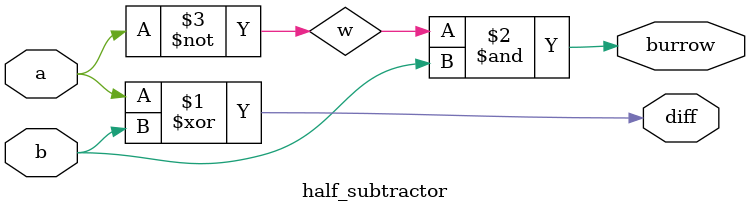
<source format=v>
`timescale 1ns / 1ps


module half_subtractor(diff,burrow,a,b);
input a,b;
output diff,burrow;
wire w;
xor(diff,a,b);
not(w,a);
and(burrow,w,b);
endmodule

</source>
